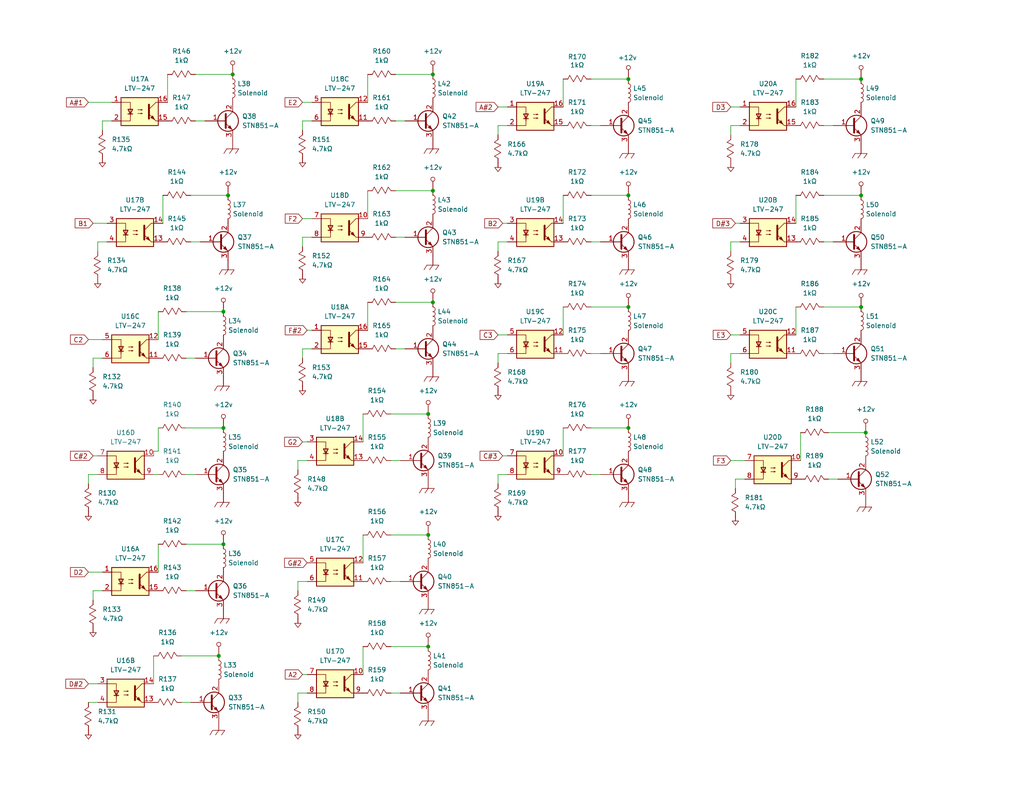
<source format=kicad_sch>
(kicad_sch (version 20231120) (generator "eeschema") (generator_version "8.0")
  (paper "A")
  (junction (at 60.96 85.09))
  (junction (at 59.69 179.07))
  (junction (at 116.84 146.05))
  (junction (at 62.23 53.34))
  (junction (at 234.95 21.59))
  (junction (at 116.84 113.03))
  (junction (at 171.45 53.34))
  (junction (at 63.5 20.32))
  (junction (at 60.96 148.59))
  (junction (at 234.95 83.82))
  (junction (at 171.45 116.84))
  (junction (at 171.45 21.59))
  (junction (at 234.95 53.34))
  (junction (at 118.11 20.32))
  (junction (at 171.45 83.82))
  (junction (at 116.84 176.53))
  (junction (at 118.11 82.55))
  (junction (at 236.22 118.11))
  (junction (at 118.11 52.07))
  (junction (at 60.96 116.84))
  (wire (pts (xy 199.39 96.52) (xy 199.39 99.06)))
  (wire (pts (xy 199.39 66.04) (xy 199.39 68.58)))
  (wire (pts (xy 81.28 189.23) (xy 81.28 191.77)))
  (wire (pts (xy 107.95 64.77) (xy 110.49 64.77)))
  (wire (pts (xy 85.09 33.02) (xy 82.55 33.02)))
  (wire (pts (xy 99.06 176.53) (xy 99.06 184.15)))
  (wire (pts (xy 161.29 116.84) (xy 171.45 116.84)))
  (wire (pts (xy 106.68 176.53) (xy 116.84 176.53)))
  (wire (pts (xy 135.89 129.54) (xy 135.89 132.08)))
  (wire (pts (xy 24.13 129.54) (xy 24.13 132.08)))
  (wire (pts (xy 26.67 129.54) (xy 24.13 129.54)))
  (wire (pts (xy 106.68 158.75) (xy 109.22 158.75)))
  (wire (pts (xy 217.17 83.82) (xy 217.17 91.44)))
  (wire (pts (xy 27.94 33.02) (xy 27.94 35.56)))
  (wire (pts (xy 224.79 34.29) (xy 227.33 34.29)))
  (wire (pts (xy 107.95 33.02) (xy 110.49 33.02)))
  (wire (pts (xy 25.4 60.96) (xy 29.21 60.96)))
  (wire (pts (xy 203.2 130.81) (xy 200.66 130.81)))
  (wire (pts (xy 24.13 92.71) (xy 27.94 92.71)))
  (wire (pts (xy 27.94 161.29) (xy 25.4 161.29)))
  (wire (pts (xy 107.95 20.32) (xy 118.11 20.32)))
  (wire (pts (xy 25.4 97.79) (xy 25.4 100.33)))
  (wire (pts (xy 24.13 27.94) (xy 30.48 27.94)))
  (wire (pts (xy 85.09 95.25) (xy 82.55 95.25)))
  (wire (pts (xy 24.13 186.69) (xy 26.67 186.69)))
  (wire (pts (xy 135.89 34.29) (xy 135.89 36.83)))
  (wire (pts (xy 135.89 91.44) (xy 138.43 91.44)))
  (wire (pts (xy 107.95 95.25) (xy 110.49 95.25)))
  (wire (pts (xy 83.82 90.17) (xy 85.09 90.17)))
  (wire (pts (xy 161.29 83.82) (xy 171.45 83.82)))
  (wire (pts (xy 161.29 129.54) (xy 163.83 129.54)))
  (wire (pts (xy 135.89 29.21) (xy 138.43 29.21)))
  (wire (pts (xy 100.33 52.07) (xy 100.33 59.69)))
  (wire (pts (xy 43.18 85.09) (xy 43.18 92.71)))
  (wire (pts (xy 45.72 20.32) (xy 45.72 27.94)))
  (wire (pts (xy 201.93 66.04) (xy 199.39 66.04)))
  (wire (pts (xy 50.8 116.84) (xy 60.96 116.84)))
  (wire (pts (xy 99.06 146.05) (xy 99.06 153.67)))
  (wire (pts (xy 224.79 96.52) (xy 227.33 96.52)))
  (wire (pts (xy 82.55 95.25) (xy 82.55 97.79)))
  (wire (pts (xy 81.28 125.73) (xy 81.28 128.27)))
  (wire (pts (xy 82.55 27.94) (xy 85.09 27.94)))
  (wire (pts (xy 217.17 53.34) (xy 217.17 60.96)))
  (wire (pts (xy 199.39 125.73) (xy 203.2 125.73)))
  (wire (pts (xy 106.68 189.23) (xy 109.22 189.23)))
  (wire (pts (xy 52.07 66.04) (xy 54.61 66.04)))
  (wire (pts (xy 138.43 66.04) (xy 135.89 66.04)))
  (wire (pts (xy 106.68 125.73) (xy 109.22 125.73)))
  (wire (pts (xy 25.4 124.46) (xy 26.67 124.46)))
  (wire (pts (xy 50.8 85.09) (xy 60.96 85.09)))
  (wire (pts (xy 50.8 161.29) (xy 53.34 161.29)))
  (wire (pts (xy 50.8 129.54) (xy 53.34 129.54)))
  (wire (pts (xy 25.4 161.29) (xy 25.4 163.83)))
  (wire (pts (xy 82.55 33.02) (xy 82.55 35.56)))
  (wire (pts (xy 200.66 130.81) (xy 200.66 133.35)))
  (wire (pts (xy 82.55 184.15) (xy 83.82 184.15)))
  (wire (pts (xy 44.45 53.34) (xy 44.45 60.96)))
  (wire (pts (xy 135.89 66.04) (xy 135.89 68.58)))
  (wire (pts (xy 52.07 53.34) (xy 62.23 53.34)))
  (wire (pts (xy 107.95 52.07) (xy 118.11 52.07)))
  (wire (pts (xy 81.28 158.75) (xy 81.28 161.29)))
  (wire (pts (xy 224.79 53.34) (xy 234.95 53.34)))
  (wire (pts (xy 161.29 21.59) (xy 171.45 21.59)))
  (wire (pts (xy 153.67 21.59) (xy 153.67 29.21)))
  (wire (pts (xy 27.94 97.79) (xy 25.4 97.79)))
  (wire (pts (xy 201.93 96.52) (xy 199.39 96.52)))
  (wire (pts (xy 153.67 83.82) (xy 153.67 91.44)))
  (wire (pts (xy 24.13 191.77) (xy 26.67 191.77)))
  (wire (pts (xy 138.43 129.54) (xy 135.89 129.54)))
  (wire (pts (xy 153.67 53.34) (xy 153.67 60.96)))
  (wire (pts (xy 199.39 34.29) (xy 199.39 36.83)))
  (wire (pts (xy 153.67 116.84) (xy 153.67 124.46)))
  (wire (pts (xy 224.79 21.59) (xy 234.95 21.59)))
  (wire (pts (xy 83.82 125.73) (xy 81.28 125.73)))
  (wire (pts (xy 161.29 96.52) (xy 163.83 96.52)))
  (wire (pts (xy 224.79 83.82) (xy 234.95 83.82)))
  (wire (pts (xy 135.89 96.52) (xy 135.89 99.06)))
  (wire (pts (xy 49.53 191.77) (xy 52.07 191.77)))
  (wire (pts (xy 41.91 129.54) (xy 43.18 129.54)))
  (wire (pts (xy 107.95 82.55) (xy 118.11 82.55)))
  (wire (pts (xy 161.29 53.34) (xy 171.45 53.34)))
  (wire (pts (xy 30.48 33.02) (xy 27.94 33.02)))
  (wire (pts (xy 199.39 29.21) (xy 201.93 29.21)))
  (wire (pts (xy 201.93 34.29) (xy 199.39 34.29)))
  (wire (pts (xy 83.82 158.75) (xy 81.28 158.75)))
  (wire (pts (xy 100.33 20.32) (xy 100.33 27.94)))
  (wire (pts (xy 83.82 189.23) (xy 81.28 189.23)))
  (wire (pts (xy 29.21 66.04) (xy 26.67 66.04)))
  (wire (pts (xy 26.67 66.04) (xy 26.67 68.58)))
  (wire (pts (xy 199.39 91.44) (xy 201.93 91.44)))
  (wire (pts (xy 41.91 123.19) (xy 43.18 123.19)))
  (wire (pts (xy 137.16 124.46) (xy 138.43 124.46)))
  (wire (pts (xy 41.91 179.07) (xy 41.91 186.69)))
  (wire (pts (xy 82.55 120.65) (xy 83.82 120.65)))
  (wire (pts (xy 41.91 123.19) (xy 41.91 124.46)))
  (wire (pts (xy 138.43 34.29) (xy 135.89 34.29)))
  (wire (pts (xy 82.55 64.77) (xy 82.55 67.31)))
  (wire (pts (xy 99.06 113.03) (xy 99.06 120.65)))
  (wire (pts (xy 161.29 66.04) (xy 163.83 66.04)))
  (wire (pts (xy 85.09 64.77) (xy 82.55 64.77)))
  (wire (pts (xy 200.66 60.96) (xy 201.93 60.96)))
  (wire (pts (xy 137.16 60.96) (xy 138.43 60.96)))
  (wire (pts (xy 43.18 148.59) (xy 43.18 156.21)))
  (wire (pts (xy 161.29 34.29) (xy 163.83 34.29)))
  (wire (pts (xy 49.53 179.07) (xy 59.69 179.07)))
  (wire (pts (xy 226.06 118.11) (xy 236.22 118.11)))
  (wire (pts (xy 226.06 130.81) (xy 228.6 130.81)))
  (wire (pts (xy 106.68 146.05) (xy 116.84 146.05)))
  (wire (pts (xy 53.34 33.02) (xy 55.88 33.02)))
  (wire (pts (xy 138.43 96.52) (xy 135.89 96.52)))
  (wire (pts (xy 224.79 66.04) (xy 227.33 66.04)))
  (wire (pts (xy 218.44 118.11) (xy 218.44 125.73)))
  (wire (pts (xy 50.8 148.59) (xy 60.96 148.59)))
  (wire (pts (xy 82.55 59.69) (xy 85.09 59.69)))
  (wire (pts (xy 100.33 82.55) (xy 100.33 90.17)))
  (wire (pts (xy 24.13 156.21) (xy 27.94 156.21)))
  (wire (pts (xy 217.17 21.59) (xy 217.17 29.21)))
  (wire (pts (xy 50.8 97.79) (xy 53.34 97.79)))
  (wire (pts (xy 106.68 113.03) (xy 116.84 113.03)))
  (wire (pts (xy 53.34 20.32) (xy 63.5 20.32)))
  (wire (pts (xy 43.18 123.19) (xy 43.18 116.84)))
  (global_label "A#1" (shape input) (at 24.13 27.94 180) (property "Intersheetrefs" "${INTERSHEET_REFS}" (effects (hide yes))))
  (global_label "D#3" (shape input) (at 200.66 60.96 180) (property "Intersheetrefs" "${INTERSHEET_REFS}" (effects (hide yes))))
  (global_label "A#2" (shape input) (at 135.89 29.21 180) (property "Intersheetrefs" "${INTERSHEET_REFS}" (effects (hide yes))))
  (global_label "C#2" (shape input) (at 25.4 124.46 180) (property "Intersheetrefs" "${INTERSHEET_REFS}" (effects (hide yes))))
  (global_label "C#3" (shape input) (at 137.16 124.46 180) (property "Intersheetrefs" "${INTERSHEET_REFS}" (effects (hide yes))))
  (global_label "G2" (shape input) (at 82.55 120.65 180) (property "Intersheetrefs" "${INTERSHEET_REFS}" (effects (hide yes))))
  (global_label "E2" (shape input) (at 82.55 27.94 180) (property "Intersheetrefs" "${INTERSHEET_REFS}" (effects (hide yes))))
  (global_label "E3" (shape input) (at 199.39 91.44 180) (property "Intersheetrefs" "${INTERSHEET_REFS}" (effects (hide yes))))
  (global_label "B1" (shape input) (at 25.4 60.96 180) (property "Intersheetrefs" "${INTERSHEET_REFS}" (effects (hide yes))))
  (global_label "D2" (shape input) (at 24.13 156.21 180) (property "Intersheetrefs" "${INTERSHEET_REFS}" (effects (hide yes))))
  (global_label "A2" (shape input) (at 82.55 184.15 180) (property "Intersheetrefs" "${INTERSHEET_REFS}" (effects (hide yes))))
  (global_label "C3" (shape input) (at 135.89 91.44 180) (property "Intersheetrefs" "${INTERSHEET_REFS}" (effects (hide yes))))
  (global_label "F2" (shape input) (at 82.55 59.69 180) (property "Intersheetrefs" "${INTERSHEET_REFS}" (effects (hide yes))))
  (global_label "D#2" (shape input) (at 24.13 186.69 180) (property "Intersheetrefs" "${INTERSHEET_REFS}" (effects (hide yes))))
  (global_label "D3" (shape input) (at 199.39 29.21 180) (property "Intersheetrefs" "${INTERSHEET_REFS}" (effects (hide yes))))
  (global_label "F#2" (shape input) (at 83.82 90.17 180) (property "Intersheetrefs" "${INTERSHEET_REFS}" (effects (hide yes))))
  (global_label "C2" (shape input) (at 24.13 92.71 180) (property "Intersheetrefs" "${INTERSHEET_REFS}" (effects (hide yes))))
  (global_label "B2" (shape input) (at 137.16 60.96 180) (property "Intersheetrefs" "${INTERSHEET_REFS}" (effects (hide yes))))
  (global_label "F3" (shape input) (at 199.39 125.73 180) (property "Intersheetrefs" "${INTERSHEET_REFS}" (effects (hide yes))))
  (global_label "G#2" (shape input) (at 83.82 153.67 180) (property "Intersheetrefs" "${INTERSHEET_REFS}" (effects (hide yes))))
  (symbol (lib_id "Custom Power:Chassis_GND") (at 236.22 135.89 0) (unit 1) (in_bom no) (on_board no)
    (property "Reference" "#PWR0227" (effects (hide yes)))
    (property "Value" "Chassis_GND" (effects (hide yes)))
  )
  (symbol (lib_id "Owen's Symbols:Resistor_Mod") (at 81.28 195.58 90) (unit 1)
    (property "Reference" "R150" (at 83.82 194.3099 90) (effects (justify right)))
    (property "Value" "4.7kΩ" (at 83.82 196.8499 90) (effects (justify right)))
    (property "Footprint" "Resistor_SMD:R_0805_2012Metric_Pad1.20x1.40mm_HandSolder" (effects (hide yes)))
  )
  (symbol (lib_id "Owen's Symbols:Resistor_Mod") (at 82.55 71.12 90) (unit 1)
    (property "Reference" "R152" (at 85.09 69.8499 90) (effects (justify right)))
    (property "Value" "4.7kΩ" (at 85.09 72.3899 90) (effects (justify right)))
    (property "Footprint" "Resistor_SMD:R_0805_2012Metric_Pad1.20x1.40mm_HandSolder" (effects (hide yes)))
  )
  (symbol (lib_id "Custom Power:GND") (at 24.13 199.39 0) (unit 1) (in_bom no) (on_board no)
    (property "Reference" "#PWR0169" (effects (hide yes)))
    (property "Value" "GND" (effects (hide yes)))
  )
  (symbol (lib_id "Custom Symbols:Resistor_Mod") (at 46.99 161.29 0) (unit 1)
    (property "Reference" "R143" (at 46.99 154.94 0))
    (property "Value" "1kΩ" (at 46.99 157.48 0))
    (property "Footprint" "Resistor_SMD:R_0805_2012Metric_Pad1.20x1.40mm_HandSolder" (effects (hide yes)))
  )
  (symbol (lib_id "Custom Power:+12v") (at 60.96 115.57 0) (unit 1) (in_bom no) (on_board no)
    (property "Reference" "#PWR0178" (effects (hide yes)))
    (property "Value" "+12v" (at 60.96 110.49 0))
  )
  (symbol (lib_id "Custom Power:Chassis_GND") (at 171.45 39.37 0) (unit 1) (in_bom no) (on_board no)
    (property "Reference" "#PWR0209" (effects (hide yes)))
    (property "Value" "Chassis_GND" (effects (hide yes)))
  )
  (symbol (lib_id "Device:L") (at 118.11 24.13 0) (unit 1)
    (property "Reference" "L42" (at 119.38 22.8599 0) (effects (justify left)))
    (property "Value" "Solenoid" (at 119.38 25.3999 0) (effects (justify left)))
    (property "Description" "Inductor" (effects (hide yes)))
  )
  (symbol (lib_id "Device:L") (at 116.84 116.84 0) (unit 1)
    (property "Reference" "L39" (at 118.11 115.5699 0) (effects (justify left)))
    (property "Value" "Solenoid" (at 118.11 118.1099 0) (effects (justify left)))
    (property "Description" "Inductor" (effects (hide yes)))
  )
  (symbol (lib_id "Owen's Symbols:Resistor_Mod") (at 24.13 135.89 90) (unit 1)
    (property "Reference" "R130" (at 26.67 134.6199 90) (effects (justify right)))
    (property "Value" "4.7kΩ" (at 26.67 137.1599 90) (effects (justify right)))
    (property "Footprint" "Resistor_SMD:R_0805_2012Metric_Pad1.20x1.40mm_HandSolder" (effects (hide yes)))
  )
  (symbol (lib_id "Custom Symbols:Resistor_Mod") (at 45.72 179.07 0) (unit 1)
    (property "Reference" "R136" (at 45.72 172.72 0))
    (property "Value" "1kΩ" (at 45.72 175.26 0))
    (property "Footprint" "Resistor_SMD:R_0805_2012Metric_Pad1.20x1.40mm_HandSolder" (effects (hide yes)))
  )
  (symbol (lib_id "Custom Symbols:Resistor_Mod") (at 157.48 53.34 0) (unit 1)
    (property "Reference" "R172" (at 157.48 46.99 0))
    (property "Value" "1kΩ" (at 157.48 49.53 0))
    (property "Footprint" "Resistor_SMD:R_0805_2012Metric_Pad1.20x1.40mm_HandSolder" (effects (hide yes)))
  )
  (symbol (lib_id "Custom Symbols:Resistor_Mod") (at 102.87 158.75 0) (unit 1)
    (property "Reference" "R157" (at 102.87 152.4 0))
    (property "Value" "1kΩ" (at 102.87 154.94 0))
    (property "Footprint" "Resistor_SMD:R_0805_2012Metric_Pad1.20x1.40mm_HandSolder" (effects (hide yes)))
  )
  (symbol (lib_id "Custom Power:Chassis_GND") (at 62.23 71.12 0) (unit 1) (in_bom no) (on_board no)
    (property "Reference" "#PWR0183" (effects (hide yes)))
    (property "Value" "Chassis_GND" (effects (hide yes)))
  )
  (symbol (lib_id "Custom Power:Chassis_GND") (at 60.96 102.87 0) (unit 1) (in_bom no) (on_board no)
    (property "Reference" "#PWR0177" (effects (hide yes)))
    (property "Value" "Chassis_GND" (effects (hide yes)))
  )
  (symbol (lib_id "Custom Power:GND") (at 199.39 44.45 0) (unit 1) (in_bom no) (on_board no)
    (property "Reference" "#PWR0216" (effects (hide yes)))
    (property "Value" "GND" (effects (hide yes)))
  )
  (symbol (lib_id "Custom Symbols:Resistor_Mod") (at 157.48 129.54 0) (unit 1)
    (property "Reference" "R177" (at 157.48 123.19 0))
    (property "Value" "1kΩ" (at 157.48 125.73 0))
    (property "Footprint" "Resistor_SMD:R_0805_2012Metric_Pad1.20x1.40mm_HandSolder" (effects (hide yes)))
  )
  (symbol (lib_id "Device:Q_NPN_BCE") (at 168.91 66.04 0) (unit 1)
    (property "Reference" "Q46" (at 173.99 64.7699 0) (effects (justify left)))
    (property "Value" "STN851-A" (at 173.99 67.3099 0) (effects (justify left)))
    (property "Footprint" "Package_TO_SOT_THT:TO-220-3_Vertical" (effects (hide yes)))
    (property "Description" "NPN transistor, base/collector/emitter" (effects (hide yes)))
  )
  (symbol (lib_id "Custom Symbols:Resistor_Mod") (at 102.87 125.73 0) (unit 1)
    (property "Reference" "R155" (at 102.87 119.38 0))
    (property "Value" "1kΩ" (at 102.87 121.92 0))
    (property "Footprint" "Resistor_SMD:R_0805_2012Metric_Pad1.20x1.40mm_HandSolder" (effects (hide yes)))
  )
  (symbol (lib_id "Custom Power:+12v") (at 63.5 19.05 0) (unit 1) (in_bom no) (on_board no)
    (property "Reference" "#PWR0184" (effects (hide yes)))
    (property "Value" "+12v" (at 63.5 13.97 0))
  )
  (symbol (lib_id "Device:Q_NPN_BCE") (at 168.91 96.52 0) (unit 1)
    (property "Reference" "Q47" (at 173.99 95.2499 0) (effects (justify left)))
    (property "Value" "STN851-A" (at 173.99 97.7899 0) (effects (justify left)))
    (property "Footprint" "Package_TO_SOT_THT:TO-220-3_Vertical" (effects (hide yes)))
    (property "Description" "NPN transistor, base/collector/emitter" (effects (hide yes)))
  )
  (symbol (lib_id "Device:L") (at 118.11 55.88 0) (unit 1)
    (property "Reference" "L43" (at 119.38 54.6099 0) (effects (justify left)))
    (property "Value" "Solenoid" (at 119.38 57.1499 0) (effects (justify left)))
    (property "Description" "Inductor" (effects (hide yes)))
  )
  (symbol (lib_id "Custom Power:+12v") (at 171.45 20.32 0) (unit 1) (in_bom no) (on_board no)
    (property "Reference" "#PWR0208" (effects (hide yes)))
    (property "Value" "+12v" (at 171.196 15.748 0))
  )
  (symbol (lib_id "Custom Symbols:Resistor_Mod") (at 104.14 20.32 0) (unit 1)
    (property "Reference" "R160" (at 104.14 13.97 0))
    (property "Value" "1kΩ" (at 104.14 16.51 0))
    (property "Footprint" "Resistor_SMD:R_0805_2012Metric_Pad1.20x1.40mm_HandSolder" (effects (hide yes)))
  )
  (symbol (lib_id "Custom Power:GND") (at 199.39 106.68 0) (unit 1) (in_bom no) (on_board no)
    (property "Reference" "#PWR0218" (effects (hide yes)))
    (property "Value" "GND" (effects (hide yes)))
  )
  (symbol (lib_id "Custom Symbols:Resistor_Mod") (at 220.98 66.04 0) (unit 1)
    (property "Reference" "R185" (at 220.98 59.69 0))
    (property "Value" "1kΩ" (at 220.98 62.23 0))
    (property "Footprint" "Resistor_SMD:R_0805_2012Metric_Pad1.20x1.40mm_HandSolder" (effects (hide yes)))
  )
  (symbol (lib_id "Device:Q_NPN_BCE") (at 60.96 33.02 0) (unit 1)
    (property "Reference" "Q38" (at 66.04 31.7499 0) (effects (justify left)))
    (property "Value" "STN851-A" (at 66.04 34.2899 0) (effects (justify left)))
    (property "Footprint" "Package_TO_SOT_THT:TO-220-3_Vertical" (effects (hide yes)))
    (property "Description" "NPN transistor, base/collector/emitter" (effects (hide yes)))
  )
  (symbol (lib_id "Device:L") (at 171.45 120.65 0) (unit 1)
    (property "Reference" "L48" (at 172.72 119.3799 0) (effects (justify left)))
    (property "Value" "Solenoid" (at 172.72 121.9199 0) (effects (justify left)))
    (property "Description" "Inductor" (effects (hide yes)))
  )
  (symbol (lib_id "Isolator:LTV-247") (at 209.55 31.75 0) (unit 1)
    (property "Reference" "U20" (at 209.55 22.86 0))
    (property "Value" "LTV-247" (at 209.55 25.4 0))
    (property "Footprint" "Package_SO:SOP-16_4.4x10.4mm_P1.27mm" (effects (hide yes)))
    (property "Datasheet" "http://optoelectronics.liteon.com/upload/download/DS70-2009-0014/LTV-2X7%20sereis%20Mar17.PDF" (effects (hide yes)))
    (property "Description" "DC Quad Optocoupler, Vce 80V, CTR 100-600%, SOP-16" (effects (hide yes)))
  )
  (symbol (lib_id "Custom Symbols:Resistor_Mod") (at 104.14 64.77 0) (unit 1)
    (property "Reference" "R163" (at 104.14 58.42 0))
    (property "Value" "1kΩ" (at 104.14 60.96 0))
    (property "Footprint" "Resistor_SMD:R_0805_2012Metric_Pad1.20x1.40mm_HandSolder" (effects (hide yes)))
  )
  (symbol (lib_id "Custom Power:+12v") (at 60.96 83.82 0) (unit 1) (in_bom no) (on_board no)
    (property "Reference" "#PWR0176" (effects (hide yes)))
    (property "Value" "+12v" (at 60.96 78.74 0))
  )
  (symbol (lib_id "Custom Power:Chassis_GND") (at 118.11 38.1 0) (unit 1) (in_bom no) (on_board no)
    (property "Reference" "#PWR0199" (effects (hide yes)))
    (property "Value" "Chassis_GND" (effects (hide yes)))
  )
  (symbol (lib_id "Device:Q_NPN_BCE") (at 233.68 130.81 0) (unit 1)
    (property "Reference" "Q52" (at 238.76 129.5399 0) (effects (justify left)))
    (property "Value" "STN851-A" (at 238.76 132.0799 0) (effects (justify left)))
    (property "Footprint" "Package_TO_SOT_THT:TO-220-3_Vertical" (effects (hide yes)))
    (property "Description" "NPN transistor, base/collector/emitter" (effects (hide yes)))
  )
  (symbol (lib_id "Isolator:LTV-247") (at 92.71 92.71 0) (unit 1)
    (property "Reference" "U18" (at 92.71 83.82 0))
    (property "Value" "LTV-247" (at 92.71 86.36 0))
    (property "Footprint" "Package_SO:SOP-16_4.4x10.4mm_P1.27mm" (effects (hide yes)))
    (property "Datasheet" "http://optoelectronics.liteon.com/upload/download/DS70-2009-0014/LTV-2X7%20sereis%20Mar17.PDF" (effects (hide yes)))
    (property "Description" "DC Quad Optocoupler, Vce 80V, CTR 100-600%, SOP-16" (effects (hide yes)))
  )
  (symbol (lib_id "Custom Power:GND") (at 81.28 168.91 0) (unit 1) (in_bom no) (on_board no)
    (property "Reference" "#PWR0187" (effects (hide yes)))
    (property "Value" "GND" (effects (hide yes)))
  )
  (symbol (lib_id "Custom Symbols:Resistor_Mod") (at 102.87 146.05 0) (unit 1)
    (property "Reference" "R156" (at 102.87 139.7 0))
    (property "Value" "1kΩ" (at 102.87 142.24 0))
    (property "Footprint" "Resistor_SMD:R_0805_2012Metric_Pad1.20x1.40mm_HandSolder" (effects (hide yes)))
  )
  (symbol (lib_id "Isolator:LTV-247") (at 92.71 30.48 0) (unit 3)
    (property "Reference" "U18" (at 92.71 21.59 0))
    (property "Value" "LTV-247" (at 92.71 24.13 0))
    (property "Footprint" "Package_SO:SOP-16_4.4x10.4mm_P1.27mm" (effects (hide yes)))
    (property "Datasheet" "http://optoelectronics.liteon.com/upload/download/DS70-2009-0014/LTV-2X7%20sereis%20Mar17.PDF" (effects (hide yes)))
    (property "Description" "DC Quad Optocoupler, Vce 80V, CTR 100-600%, SOP-16" (effects (hide yes)))
  )
  (symbol (lib_id "Device:L") (at 116.84 149.86 0) (unit 1)
    (property "Reference" "L40" (at 118.11 148.5899 0) (effects (justify left)))
    (property "Value" "Solenoid" (at 118.11 151.1299 0) (effects (justify left)))
    (property "Description" "Inductor" (effects (hide yes)))
  )
  (symbol (lib_id "Custom Symbols:Resistor_Mod") (at 48.26 66.04 0) (unit 1)
    (property "Reference" "R145" (at 48.26 59.69 0))
    (property "Value" "1kΩ" (at 48.26 62.23 0))
    (property "Footprint" "Resistor_SMD:R_0805_2012Metric_Pad1.20x1.40mm_HandSolder" (effects (hide yes)))
  )
  (symbol (lib_id "Custom Symbols:Resistor_Mod") (at 49.53 33.02 0) (unit 1)
    (property "Reference" "R147" (at 49.53 26.67 0))
    (property "Value" "1kΩ" (at 49.53 29.21 0))
    (property "Footprint" "Resistor_SMD:R_0805_2012Metric_Pad1.20x1.40mm_HandSolder" (effects (hide yes)))
  )
  (symbol (lib_id "Custom Power:GND") (at 135.89 44.45 0) (unit 1) (in_bom no) (on_board no)
    (property "Reference" "#PWR0204" (effects (hide yes)))
    (property "Value" "GND" (effects (hide yes)))
  )
  (symbol (lib_id "Custom Power:Chassis_GND") (at 171.45 101.6 0) (unit 1) (in_bom no) (on_board no)
    (property "Reference" "#PWR0213" (effects (hide yes)))
    (property "Value" "Chassis_GND" (effects (hide yes)))
  )
  (symbol (lib_id "Device:Q_NPN_BCE") (at 115.57 33.02 0) (unit 1)
    (property "Reference" "Q42" (at 120.65 31.7499 0) (effects (justify left)))
    (property "Value" "STN851-A" (at 120.65 34.2899 0) (effects (justify left)))
    (property "Footprint" "Package_TO_SOT_THT:TO-220-3_Vertical" (effects (hide yes)))
    (property "Description" "NPN transistor, base/collector/emitter" (effects (hide yes)))
  )
  (symbol (lib_id "Custom Power:+12v") (at 236.22 116.84 0) (unit 1) (in_bom no) (on_board no)
    (property "Reference" "#PWR0226" (effects (hide yes)))
    (property "Value" "+12v" (at 236.22 111.76 0))
  )
  (symbol (lib_id "Device:Q_NPN_BCE") (at 168.91 129.54 0) (unit 1)
    (property "Reference" "Q48" (at 173.99 128.2699 0) (effects (justify left)))
    (property "Value" "STN851-A" (at 173.99 130.8099 0) (effects (justify left)))
    (property "Footprint" "Package_TO_SOT_THT:TO-220-3_Vertical" (effects (hide yes)))
    (property "Description" "NPN transistor, base/collector/emitter" (effects (hide yes)))
  )
  (symbol (lib_id "Device:L") (at 60.96 152.4 0) (unit 1)
    (property "Reference" "L36" (at 62.23 151.1299 0) (effects (justify left)))
    (property "Value" "Solenoid" (at 62.23 153.6699 0) (effects (justify left)))
    (property "Description" "Inductor" (effects (hide yes)))
  )
  (symbol (lib_id "Device:Q_NPN_BCE") (at 168.91 34.29 0) (unit 1)
    (property "Reference" "Q45" (at 173.99 33.0199 0) (effects (justify left)))
    (property "Value" "STN851-A" (at 173.99 35.5599 0) (effects (justify left)))
    (property "Footprint" "Package_TO_SOT_THT:TO-220-3_Vertical" (effects (hide yes)))
    (property "Description" "NPN transistor, base/collector/emitter" (effects (hide yes)))
  )
  (symbol (lib_id "Device:L") (at 63.5 24.13 0) (unit 1)
    (property "Reference" "L38" (at 64.77 22.8599 0) (effects (justify left)))
    (property "Value" "Solenoid" (at 64.77 25.3999 0) (effects (justify left)))
    (property "Description" "Inductor" (effects (hide yes)))
  )
  (symbol (lib_id "Custom Power:+12v") (at 118.11 19.05 0) (unit 1) (in_bom no) (on_board no)
    (property "Reference" "#PWR0198" (effects (hide yes)))
    (property "Value" "+12v" (at 118.11 13.97 0))
  )
  (symbol (lib_id "Custom Power:GND") (at 82.55 74.93 0) (unit 1) (in_bom no) (on_board no)
    (property "Reference" "#PWR0190" (effects (hide yes)))
    (property "Value" "GND" (effects (hide yes)))
  )
  (symbol (lib_id "Custom Power:+12v") (at 118.11 50.8 0) (unit 1) (in_bom no) (on_board no)
    (property "Reference" "#PWR0200" (effects (hide yes)))
    (property "Value" "+12v" (at 118.11 45.72 0))
  )
  (symbol (lib_id "Owen's Symbols:Resistor_Mod") (at 81.28 165.1 90) (unit 1)
    (property "Reference" "R149" (at 83.82 163.8299 90) (effects (justify right)))
    (property "Value" "4.7kΩ" (at 83.82 166.3699 90) (effects (justify right)))
    (property "Footprint" "Resistor_SMD:R_0805_2012Metric_Pad1.20x1.40mm_HandSolder" (effects (hide yes)))
  )
  (symbol (lib_id "Device:Q_NPN_BCE") (at 58.42 97.79 0) (unit 1)
    (property "Reference" "Q34" (at 63.5 96.5199 0) (effects (justify left)))
    (property "Value" "STN851-A" (at 63.5 99.0599 0) (effects (justify left)))
    (property "Footprint" "Package_TO_SOT_THT:TO-220-3_Vertical" (effects (hide yes)))
    (property "Description" "NPN transistor, base/collector/emitter" (effects (hide yes)))
  )
  (symbol (lib_id "Device:Q_NPN_BCE") (at 58.42 129.54 0) (unit 1)
    (property "Reference" "Q35" (at 63.5 128.2699 0) (effects (justify left)))
    (property "Value" "STN851-A" (at 63.5 130.8099 0) (effects (justify left)))
    (property "Footprint" "Package_TO_SOT_THT:TO-220-3_Vertical" (effects (hide yes)))
    (property "Description" "NPN transistor, base/collector/emitter" (effects (hide yes)))
  )
  (symbol (lib_id "Isolator:LTV-247") (at 91.44 186.69 0) (unit 4)
    (property "Reference" "U17" (at 91.44 177.8 0))
    (property "Value" "LTV-247" (at 91.44 180.34 0))
    (property "Footprint" "Package_SO:SOP-16_4.4x10.4mm_P1.27mm" (effects (hide yes)))
    (property "Datasheet" "http://optoelectronics.liteon.com/upload/download/DS70-2009-0014/LTV-2X7%20sereis%20Mar17.PDF" (effects (hide yes)))
    (property "Description" "DC Quad Optocoupler, Vce 80V, CTR 100-600%, SOP-16" (effects (hide yes)))
  )
  (symbol (lib_id "Custom Symbols:Resistor_Mod") (at 222.25 130.81 0) (unit 1)
    (property "Reference" "R189" (at 222.25 124.46 0))
    (property "Value" "1kΩ" (at 222.25 127 0))
    (property "Footprint" "Resistor_SMD:R_0805_2012Metric_Pad1.20x1.40mm_HandSolder" (effects (hide yes)))
  )
  (symbol (lib_id "Owen's Symbols:Resistor_Mod") (at 82.55 39.37 90) (unit 1)
    (property "Reference" "R151" (at 85.09 38.0999 90) (effects (justify right)))
    (property "Value" "4.7kΩ" (at 85.09 40.6399 90) (effects (justify right)))
    (property "Footprint" "Resistor_SMD:R_0805_2012Metric_Pad1.20x1.40mm_HandSolder" (effects (hide yes)))
  )
  (symbol (lib_id "Custom Symbols:Resistor_Mod") (at 46.99 116.84 0) (unit 1)
    (property "Reference" "R140" (at 46.99 110.49 0))
    (property "Value" "1kΩ" (at 46.99 113.03 0))
    (property "Footprint" "Resistor_SMD:R_0805_2012Metric_Pad1.20x1.40mm_HandSolder" (effects (hide yes)))
  )
  (symbol (lib_id "Device:Q_NPN_BCE") (at 114.3 189.23 0) (unit 1)
    (property "Reference" "Q41" (at 119.38 187.9599 0) (effects (justify left)))
    (property "Value" "STN851-A" (at 119.38 190.4999 0) (effects (justify left)))
    (property "Footprint" "Package_TO_SOT_THT:TO-220-3_Vertical" (effects (hide yes)))
    (property "Description" "NPN transistor, base/collector/emitter" (effects (hide yes)))
  )
  (symbol (lib_id "Owen's Symbols:Resistor_Mod") (at 199.39 102.87 90) (unit 1)
    (property "Reference" "R180" (at 201.93 101.5999 90) (effects (justify right)))
    (property "Value" "4.7kΩ" (at 201.93 104.1399 90) (effects (justify right)))
    (property "Footprint" "Resistor_SMD:R_0805_2012Metric_Pad1.20x1.40mm_HandSolder" (effects (hide yes)))
  )
  (symbol (lib_id "Custom Power:GND") (at 135.89 139.7 0) (unit 1) (in_bom no) (on_board no)
    (property "Reference" "#PWR0207" (effects (hide yes)))
    (property "Value" "GND" (effects (hide yes)))
  )
  (symbol (lib_id "Owen's Symbols:Resistor_Mod") (at 81.28 132.08 90) (unit 1)
    (property "Reference" "R148" (at 83.82 130.8099 90) (effects (justify right)))
    (property "Value" "4.7kΩ" (at 83.82 133.3499 90) (effects (justify right)))
    (property "Footprint" "Resistor_SMD:R_0805_2012Metric_Pad1.20x1.40mm_HandSolder" (effects (hide yes)))
  )
  (symbol (lib_id "Custom Symbols:Resistor_Mod") (at 104.14 52.07 0) (unit 1)
    (property "Reference" "R162" (at 104.14 45.72 0))
    (property "Value" "1kΩ" (at 104.14 48.26 0))
    (property "Footprint" "Resistor_SMD:R_0805_2012Metric_Pad1.20x1.40mm_HandSolder" (effects (hide yes)))
  )
  (symbol (lib_id "Isolator:LTV-247") (at 209.55 93.98 0) (unit 3)
    (property "Reference" "U20" (at 209.55 85.09 0))
    (property "Value" "LTV-247" (at 209.55 87.63 0))
    (property "Footprint" "Package_SO:SOP-16_4.4x10.4mm_P1.27mm" (effects (hide yes)))
    (property "Datasheet" "http://optoelectronics.liteon.com/upload/download/DS70-2009-0014/LTV-2X7%20sereis%20Mar17.PDF" (effects (hide yes)))
    (property "Description" "DC Quad Optocoupler, Vce 80V, CTR 100-600%, SOP-16" (effects (hide yes)))
  )
  (symbol (lib_id "Custom Power:+12v") (at 116.84 175.26 0) (unit 1) (in_bom no) (on_board no)
    (property "Reference" "#PWR0196" (effects (hide yes)))
    (property "Value" "+12v" (at 116.84 170.18 0))
  )
  (symbol (lib_id "Device:Q_NPN_BCE") (at 114.3 158.75 0) (unit 1)
    (property "Reference" "Q40" (at 119.38 157.4799 0) (effects (justify left)))
    (property "Value" "STN851-A" (at 119.38 160.0199 0) (effects (justify left)))
    (property "Footprint" "Package_TO_SOT_THT:TO-220-3_Vertical" (effects (hide yes)))
    (property "Description" "NPN transistor, base/collector/emitter" (effects (hide yes)))
  )
  (symbol (lib_id "Device:L") (at 60.96 88.9 0) (unit 1)
    (property "Reference" "L34" (at 62.23 87.6299 0) (effects (justify left)))
    (property "Value" "Solenoid" (at 62.23 90.1699 0) (effects (justify left)))
    (property "Description" "Inductor" (effects (hide yes)))
  )
  (symbol (lib_id "Custom Symbols:Resistor_Mod") (at 46.99 97.79 0) (unit 1)
    (property "Reference" "R139" (at 46.99 91.44 0))
    (property "Value" "1kΩ" (at 46.99 93.98 0))
    (property "Footprint" "Resistor_SMD:R_0805_2012Metric_Pad1.20x1.40mm_HandSolder" (effects (hide yes)))
  )
  (symbol (lib_id "Isolator:LTV-247") (at 92.71 62.23 0) (unit 4)
    (property "Reference" "U18" (at 92.71 53.34 0))
    (property "Value" "LTV-247" (at 92.71 55.88 0))
    (property "Footprint" "Package_SO:SOP-16_4.4x10.4mm_P1.27mm" (effects (hide yes)))
    (property "Datasheet" "http://optoelectronics.liteon.com/upload/download/DS70-2009-0014/LTV-2X7%20sereis%20Mar17.PDF" (effects (hide yes)))
    (property "Description" "DC Quad Optocoupler, Vce 80V, CTR 100-600%, SOP-16" (effects (hide yes)))
  )
  (symbol (lib_id "Custom Power:Chassis_GND") (at 118.11 100.33 0) (unit 1) (in_bom no) (on_board no)
    (property "Reference" "#PWR0203" (effects (hide yes)))
    (property "Value" "Chassis_GND" (effects (hide yes)))
  )
  (symbol (lib_id "Custom Symbols:Resistor_Mod") (at 157.48 83.82 0) (unit 1)
    (property "Reference" "R174" (at 157.48 77.47 0))
    (property "Value" "1kΩ" (at 157.48 80.01 0))
    (property "Footprint" "Resistor_SMD:R_0805_2012Metric_Pad1.20x1.40mm_HandSolder" (effects (hide yes)))
  )
  (symbol (lib_id "Custom Power:Chassis_GND") (at 118.11 69.85 0) (unit 1) (in_bom no) (on_board no)
    (property "Reference" "#PWR0201" (effects (hide yes)))
    (property "Value" "Chassis_GND" (effects (hide yes)))
  )
  (symbol (lib_id "Custom Symbols:Resistor_Mod") (at 49.53 20.32 0) (unit 1)
    (property "Reference" "R146" (at 49.53 13.97 0))
    (property "Value" "1kΩ" (at 49.53 16.51 0))
    (property "Footprint" "Resistor_SMD:R_0805_2012Metric_Pad1.20x1.40mm_HandSolder" (effects (hide yes)))
  )
  (symbol (lib_id "Custom Symbols:Resistor_Mod") (at 104.14 33.02 0) (unit 1)
    (property "Reference" "R161" (at 104.14 26.67 0))
    (property "Value" "1kΩ" (at 104.14 29.21 0))
    (property "Footprint" "Resistor_SMD:R_0805_2012Metric_Pad1.20x1.40mm_HandSolder" (effects (hide yes)))
  )
  (symbol (lib_id "Custom Symbols:Resistor_Mod") (at 46.99 148.59 0) (unit 1)
    (property "Reference" "R142" (at 46.99 142.24 0))
    (property "Value" "1kΩ" (at 46.99 144.78 0))
    (property "Footprint" "Resistor_SMD:R_0805_2012Metric_Pad1.20x1.40mm_HandSolder" (effects (hide yes)))
  )
  (symbol (lib_id "Device:L") (at 116.84 180.34 0) (unit 1)
    (property "Reference" "L41" (at 118.11 179.0699 0) (effects (justify left)))
    (property "Value" "Solenoid" (at 118.11 181.6099 0) (effects (justify left)))
    (property "Description" "Inductor" (effects (hide yes)))
  )
  (symbol (lib_id "Isolator:LTV-247") (at 210.82 128.27 0) (unit 4)
    (property "Reference" "U20" (at 210.82 119.38 0))
    (property "Value" "LTV-247" (at 210.82 121.92 0))
    (property "Footprint" "Package_SO:SOP-16_4.4x10.4mm_P1.27mm" (effects (hide yes)))
    (property "Datasheet" "http://optoelectronics.liteon.com/upload/download/DS70-2009-0014/LTV-2X7%20sereis%20Mar17.PDF" (effects (hide yes)))
    (property "Description" "DC Quad Optocoupler, Vce 80V, CTR 100-600%, SOP-16" (effects (hide yes)))
  )
  (symbol (lib_id "Device:Q_NPN_BCE") (at 115.57 95.25 0) (unit 1)
    (property "Reference" "Q44" (at 120.65 93.9799 0) (effects (justify left)))
    (property "Value" "STN851-A" (at 120.65 96.5199 0) (effects (justify left)))
    (property "Footprint" "Package_TO_SOT_THT:TO-220-3_Vertical" (effects (hide yes)))
    (property "Description" "NPN transistor, base/collector/emitter" (effects (hide yes)))
  )
  (symbol (lib_id "Custom Power:Chassis_GND") (at 116.84 163.83 0) (unit 1) (in_bom no) (on_board no)
    (property "Reference" "#PWR0195" (effects (hide yes)))
    (property "Value" "Chassis_GND" (effects (hide yes)))
  )
  (symbol (lib_id "Custom Power:GND") (at 82.55 105.41 0) (unit 1) (in_bom no) (on_board no)
    (property "Reference" "#PWR0191" (effects (hide yes)))
    (property "Value" "GND" (effects (hide yes)))
  )
  (symbol (lib_id "Custom Power:GND") (at 81.28 199.39 0) (unit 1) (in_bom no) (on_board no)
    (property "Reference" "#PWR0188" (effects (hide yes)))
    (property "Value" "GND" (effects (hide yes)))
  )
  (symbol (lib_id "Custom Power:Chassis_GND") (at 234.95 39.37 0) (unit 1) (in_bom no) (on_board no)
    (property "Reference" "#PWR0221" (effects (hide yes)))
    (property "Value" "Chassis_GND" (effects (hide yes)))
  )
  (symbol (lib_id "Device:L") (at 236.22 121.92 0) (unit 1)
    (property "Reference" "L52" (at 237.49 120.6499 0) (effects (justify left)))
    (property "Value" "Solenoid" (at 237.49 123.1899 0) (effects (justify left)))
    (property "Description" "Inductor" (effects (hide yes)))
  )
  (symbol (lib_id "Isolator:LTV-247") (at 34.29 189.23 0) (unit 2)
    (property "Reference" "U16" (at 34.29 180.34 0))
    (property "Value" "LTV-247" (at 34.29 182.88 0))
    (property "Footprint" "Package_SO:SOP-16_4.4x10.4mm_P1.27mm" (effects (hide yes)))
    (property "Datasheet" "http://optoelectronics.liteon.com/upload/download/DS70-2009-0014/LTV-2X7%20sereis%20Mar17.PDF" (effects (hide yes)))
    (property "Description" "DC Quad Optocoupler, Vce 80V, CTR 100-600%, SOP-16" (effects (hide yes)))
  )
  (symbol (lib_id "Isolator:LTV-247") (at 146.05 93.98 0) (unit 3)
    (property "Reference" "U19" (at 146.05 85.09 0))
    (property "Value" "LTV-247" (at 146.05 87.63 0))
    (property "Footprint" "Package_SO:SOP-16_4.4x10.4mm_P1.27mm" (effects (hide yes)))
    (property "Datasheet" "http://optoelectronics.liteon.com/upload/download/DS70-2009-0014/LTV-2X7%20sereis%20Mar17.PDF" (effects (hide yes)))
    (property "Description" "DC Quad Optocoupler, Vce 80V, CTR 100-600%, SOP-16" (effects (hide yes)))
  )
  (symbol (lib_id "Device:L") (at 171.45 57.15 0) (unit 1)
    (property "Reference" "L46" (at 172.72 55.8799 0) (effects (justify left)))
    (property "Value" "Solenoid" (at 172.72 58.4199 0) (effects (justify left)))
    (property "Description" "Inductor" (effects (hide yes)))
  )
  (symbol (lib_id "Isolator:LTV-247") (at 146.05 127 0) (unit 4)
    (property "Reference" "U19" (at 146.05 118.11 0))
    (property "Value" "LTV-247" (at 146.05 120.65 0))
    (property "Footprint" "Package_SO:SOP-16_4.4x10.4mm_P1.27mm" (effects (hide yes)))
    (property "Datasheet" "http://optoelectronics.liteon.com/upload/download/DS70-2009-0014/LTV-2X7%20sereis%20Mar17.PDF" (effects (hide yes)))
    (property "Description" "DC Quad Optocoupler, Vce 80V, CTR 100-600%, SOP-16" (effects (hide yes)))
  )
  (symbol (lib_id "Owen's Symbols:Resistor_Mod") (at 135.89 102.87 90) (unit 1)
    (property "Reference" "R168" (at 138.43 101.5999 90) (effects (justify right)))
    (property "Value" "4.7kΩ" (at 138.43 104.1399 90) (effects (justify right)))
    (property "Footprint" "Resistor_SMD:R_0805_2012Metric_Pad1.20x1.40mm_HandSolder" (effects (hide yes)))
  )
  (symbol (lib_id "Custom Power:Chassis_GND") (at 60.96 166.37 0) (unit 1) (in_bom no) (on_board no)
    (property "Reference" "#PWR0181" (effects (hide yes)))
    (property "Value" "Chassis_GND" (effects (hide yes)))
  )
  (symbol (lib_id "Custom Power:+12v") (at 234.95 52.07 0) (unit 1) (in_bom no) (on_board no)
    (property "Reference" "#PWR0222" (effects (hide yes)))
    (property "Value" "+12v" (at 234.95 46.99 0))
  )
  (symbol (lib_id "Isolator:LTV-247") (at 38.1 30.48 0) (unit 1)
    (property "Reference" "U17" (at 38.1 21.59 0))
    (property "Value" "LTV-247" (at 38.1 24.13 0))
    (property "Footprint" "Package_SO:SOP-16_4.4x10.4mm_P1.27mm" (effects (hide yes)))
    (property "Datasheet" "http://optoelectronics.liteon.com/upload/download/DS70-2009-0014/LTV-2X7%20sereis%20Mar17.PDF" (effects (hide yes)))
    (property "Description" "DC Quad Optocoupler, Vce 80V, CTR 100-600%, SOP-16" (effects (hide yes)))
  )
  (symbol (lib_id "Custom Power:GND") (at 24.13 139.7 0) (unit 1) (in_bom no) (on_board no)
    (property "Reference" "#PWR0168" (effects (hide yes)))
    (property "Value" "GND" (effects (hide yes)))
  )
  (symbol (lib_id "Custom Power:GND") (at 27.94 43.18 0) (unit 1) (in_bom no) (on_board no)
    (property "Reference" "#PWR0173" (effects (hide yes)))
    (property "Value" "GND" (effects (hide yes)))
  )
  (symbol (lib_id "Custom Power:Chassis_GND") (at 234.95 71.12 0) (unit 1) (in_bom no) (on_board no)
    (property "Reference" "#PWR0223" (effects (hide yes)))
    (property "Value" "Chassis_GND" (effects (hide yes)))
  )
  (symbol (lib_id "Custom Power:+12v") (at 116.84 144.78 0) (unit 1) (in_bom no) (on_board no)
    (property "Reference" "#PWR0194" (effects (hide yes)))
    (property "Value" "+12v" (at 116.84 139.7 0))
  )
  (symbol (lib_id "Custom Power:+12v") (at 234.95 82.55 0) (unit 1) (in_bom no) (on_board no)
    (property "Reference" "#PWR0224" (effects (hide yes)))
    (property "Value" "+12v" (at 234.95 77.47 0))
  )
  (symbol (lib_id "Custom Symbols:Resistor_Mod") (at 220.98 83.82 0) (unit 1)
    (property "Reference" "R186" (at 220.98 77.47 0))
    (property "Value" "1kΩ" (at 220.98 80.01 0))
    (property "Footprint" "Resistor_SMD:R_0805_2012Metric_Pad1.20x1.40mm_HandSolder" (effects (hide yes)))
  )
  (symbol (lib_id "Custom Symbols:Resistor_Mod") (at 104.14 82.55 0) (unit 1)
    (property "Reference" "R164" (at 104.14 76.2 0))
    (property "Value" "1kΩ" (at 104.14 78.74 0))
    (property "Footprint" "Resistor_SMD:R_0805_2012Metric_Pad1.20x1.40mm_HandSolder" (effects (hide yes)))
  )
  (symbol (lib_id "Isolator:LTV-247") (at 91.44 123.19 0) (unit 2)
    (property "Reference" "U18" (at 91.44 114.3 0))
    (property "Value" "LTV-247" (at 91.44 116.84 0))
    (property "Footprint" "Package_SO:SOP-16_4.4x10.4mm_P1.27mm" (effects (hide yes)))
    (property "Datasheet" "http://optoelectronics.liteon.com/upload/download/DS70-2009-0014/LTV-2X7%20sereis%20Mar17.PDF" (effects (hide yes)))
    (property "Description" "DC Quad Optocoupler, Vce 80V, CTR 100-600%, SOP-16" (effects (hide yes)))
  )
  (symbol (lib_id "Custom Symbols:Resistor_Mod") (at 222.25 118.11 0) (unit 1)
    (property "Reference" "R188" (at 222.25 111.76 0))
    (property "Value" "1kΩ" (at 222.25 114.3 0))
    (property "Footprint" "Resistor_SMD:R_0805_2012Metric_Pad1.20x1.40mm_HandSolder" (effects (hide yes)))
  )
  (symbol (lib_id "Custom Symbols:Resistor_Mod") (at 220.98 96.52 0) (unit 1)
    (property "Reference" "R187" (at 220.98 90.17 0))
    (property "Value" "1kΩ" (at 220.98 92.71 0))
    (property "Footprint" "Resistor_SMD:R_0805_2012Metric_Pad1.20x1.40mm_HandSolder" (effects (hide yes)))
  )
  (symbol (lib_id "Isolator:LTV-247") (at 35.56 158.75 0) (unit 1)
    (property "Reference" "U16" (at 35.56 149.86 0))
    (property "Value" "LTV-247" (at 35.56 152.4 0))
    (property "Footprint" "Package_SO:SOP-16_4.4x10.4mm_P1.27mm" (effects (hide yes)))
    (property "Datasheet" "http://optoelectronics.liteon.com/upload/download/DS70-2009-0014/LTV-2X7%20sereis%20Mar17.PDF" (effects (hide yes)))
    (property "Description" "DC Quad Optocoupler, Vce 80V, CTR 100-600%, SOP-16" (effects (hide yes)))
  )
  (symbol (lib_id "Custom Symbols:Resistor_Mod") (at 157.48 34.29 0) (unit 1)
    (property "Reference" "R171" (at 157.48 27.94 0))
    (property "Value" "1kΩ" (at 157.48 30.48 0))
    (property "Footprint" "Resistor_SMD:R_0805_2012Metric_Pad1.20x1.40mm_HandSolder" (effects (hide yes)))
  )
  (symbol (lib_id "Custom Power:Chassis_GND") (at 63.5 38.1 0) (unit 1) (in_bom no) (on_board no)
    (property "Reference" "#PWR0185" (effects (hide yes)))
    (property "Value" "Chassis_GND" (effects (hide yes)))
  )
  (symbol (lib_id "Device:L") (at 234.95 87.63 0) (unit 1)
    (property "Reference" "L51" (at 236.22 86.3599 0) (effects (justify left)))
    (property "Value" "Solenoid" (at 236.22 88.8999 0) (effects (justify left)))
    (property "Description" "Inductor" (effects (hide yes)))
  )
  (symbol (lib_id "Custom Power:GND") (at 135.89 76.2 0) (unit 1) (in_bom no) (on_board no)
    (property "Reference" "#PWR0205" (effects (hide yes)))
    (property "Value" "GND" (effects (hide yes)))
  )
  (symbol (lib_id "Custom Power:Chassis_GND") (at 171.45 71.12 0) (unit 1) (in_bom no) (on_board no)
    (property "Reference" "#PWR0211" (effects (hide yes)))
    (property "Value" "Chassis_GND" (effects (hide yes)))
  )
  (symbol (lib_id "Custom Power:GND") (at 135.89 106.68 0) (unit 1) (in_bom no) (on_board no)
    (property "Reference" "#PWR0206" (effects (hide yes)))
    (property "Value" "GND" (effects (hide yes)))
  )
  (symbol (lib_id "Custom Power:GND") (at 26.67 76.2 0) (unit 1) (in_bom no) (on_board no)
    (property "Reference" "#PWR0172" (effects (hide yes)))
    (property "Value" "GND" (effects (hide yes)))
  )
  (symbol (lib_id "Custom Symbols:Resistor_Mod") (at 102.87 113.03 0) (unit 1)
    (property "Reference" "R154" (at 102.87 106.68 0))
    (property "Value" "1kΩ" (at 102.87 109.22 0))
    (property "Footprint" "Resistor_SMD:R_0805_2012Metric_Pad1.20x1.40mm_HandSolder" (effects (hide yes)))
  )
  (symbol (lib_id "Custom Symbols:Resistor_Mod") (at 157.48 21.59 0) (unit 1)
    (property "Reference" "R170" (at 157.48 15.494 0))
    (property "Value" "1kΩ" (at 157.48 17.78 0))
    (property "Footprint" "Resistor_SMD:R_0805_2012Metric_Pad1.20x1.40mm_HandSolder" (effects (hide yes)))
  )
  (symbol (lib_id "Custom Power:Chassis_GND") (at 234.95 101.6 0) (unit 1) (in_bom no) (on_board no)
    (property "Reference" "#PWR0225" (effects (hide yes)))
    (property "Value" "Chassis_GND" (effects (hide yes)))
  )
  (symbol (lib_id "Custom Power:GND") (at 200.66 140.97 0) (unit 1) (in_bom no) (on_board no)
    (property "Reference" "#PWR0219" (effects (hide yes)))
    (property "Value" "GND" (effects (hide yes)))
  )
  (symbol (lib_id "Custom Symbols:Resistor_Mod") (at 45.72 191.77 0) (unit 1)
    (property "Reference" "R137" (at 45.72 185.42 0))
    (property "Value" "1kΩ" (at 45.72 187.96 0))
    (property "Footprint" "Resistor_SMD:R_0805_2012Metric_Pad1.20x1.40mm_HandSolder" (effects (hide yes)))
  )
  (symbol (lib_id "Custom Symbols:Resistor_Mod") (at 157.48 116.84 0) (unit 1)
    (property "Reference" "R176" (at 157.48 110.49 0))
    (property "Value" "1kΩ" (at 157.48 113.03 0))
    (property "Footprint" "Resistor_SMD:R_0805_2012Metric_Pad1.20x1.40mm_HandSolder" (effects (hide yes)))
  )
  (symbol (lib_id "Device:Q_NPN_BCE") (at 232.41 34.29 0) (unit 1)
    (property "Reference" "Q49" (at 237.49 33.0199 0) (effects (justify left)))
    (property "Value" "STN851-A" (at 237.49 35.5599 0) (effects (justify left)))
    (property "Footprint" "Package_TO_SOT_THT:TO-220-3_Vertical" (effects (hide yes)))
    (property "Description" "NPN transistor, base/collector/emitter" (effects (hide yes)))
  )
  (symbol (lib_id "Custom Power:+12v") (at 62.23 52.07 0) (unit 1) (in_bom no) (on_board no)
    (property "Reference" "#PWR0182" (effects (hide yes)))
    (property "Value" "+12v" (at 62.23 46.99 0))
  )
  (symbol (lib_id "Isolator:LTV-247") (at 34.29 127 0) (unit 4)
    (property "Reference" "U16" (at 34.29 118.11 0))
    (property "Value" "LTV-247" (at 34.29 120.65 0))
    (property "Footprint" "Package_SO:SOP-16_4.4x10.4mm_P1.27mm" (effects (hide yes)))
    (property "Datasheet" "http://optoelectronics.liteon.com/upload/download/DS70-2009-0014/LTV-2X7%20sereis%20Mar17.PDF" (effects (hide yes)))
    (property "Description" "DC Quad Optocoupler, Vce 80V, CTR 100-600%, SOP-16" (effects (hide yes)))
  )
  (symbol (lib_id "Custom Symbols:Resistor_Mod") (at 102.87 189.23 0) (unit 1)
    (property "Reference" "R159" (at 102.87 182.88 0))
    (property "Value" "1kΩ" (at 102.87 185.42 0))
    (property "Footprint" "Resistor_SMD:R_0805_2012Metric_Pad1.20x1.40mm_HandSolder" (effects (hide yes)))
  )
  (symbol (lib_id "Device:L") (at 234.95 57.15 0) (unit 1)
    (property "Reference" "L50" (at 236.22 55.8799 0) (effects (justify left)))
    (property "Value" "Solenoid" (at 236.22 58.4199 0) (effects (justify left)))
    (property "Description" "Inductor" (effects (hide yes)))
  )
  (symbol (lib_id "Isolator:LTV-247") (at 35.56 95.25 0) (unit 3)
    (property "Reference" "U16" (at 35.56 86.36 0))
    (property "Value" "LTV-247" (at 35.56 88.9 0))
    (property "Footprint" "Package_SO:SOP-16_4.4x10.4mm_P1.27mm" (effects (hide yes)))
    (property "Datasheet" "http://optoelectronics.liteon.com/upload/download/DS70-2009-0014/LTV-2X7%20sereis%20Mar17.PDF" (effects (hide yes)))
    (property "Description" "DC Quad Optocoupler, Vce 80V, CTR 100-600%, SOP-16" (effects (hide yes)))
  )
  (symbol (lib_id "Owen's Symbols:Resistor_Mod") (at 135.89 135.89 90) (unit 1)
    (property "Reference" "R169" (at 138.43 134.6199 90) (effects (justify right)))
    (property "Value" "4.7kΩ" (at 138.43 137.1599 90) (effects (justify right)))
    (property "Footprint" "Resistor_SMD:R_0805_2012Metric_Pad1.20x1.40mm_HandSolder" (effects (hide yes)))
  )
  (symbol (lib_id "Custom Power:+12v") (at 60.96 147.32 0) (unit 1) (in_bom no) (on_board no)
    (property "Reference" "#PWR0180" (effects (hide yes)))
    (property "Value" "+12v" (at 60.96 142.24 0))
  )
  (symbol (lib_id "Custom Power:GND") (at 25.4 107.95 0) (unit 1) (in_bom no) (on_board no)
    (property "Reference" "#PWR0170" (effects (hide yes)))
    (property "Value" "GND" (effects (hide yes)))
  )
  (symbol (lib_id "Owen's Symbols:Resistor_Mod") (at 135.89 72.39 90) (unit 1)
    (property "Reference" "R167" (at 138.43 71.1199 90) (effects (justify right)))
    (property "Value" "4.7kΩ" (at 138.43 73.6599 90) (effects (justify right)))
    (property "Footprint" "Resistor_SMD:R_0805_2012Metric_Pad1.20x1.40mm_HandSolder" (effects (hide yes)))
  )
  (symbol (lib_id "Isolator:LTV-247") (at 146.05 63.5 0) (unit 2)
    (property "Reference" "U19" (at 146.05 54.61 0))
    (property "Value" "LTV-247" (at 146.05 57.15 0))
    (property "Footprint" "Package_SO:SOP-16_4.4x10.4mm_P1.27mm" (effects (hide yes)))
    (property "Datasheet" "http://optoelectronics.liteon.com/upload/download/DS70-2009-0014/LTV-2X7%20sereis%20Mar17.PDF" (effects (hide yes)))
    (property "Description" "DC Quad Optocoupler, Vce 80V, CTR 100-600%, SOP-16" (effects (hide yes)))
  )
  (symbol (lib_id "Custom Power:GND") (at 25.4 171.45 0) (unit 1) (in_bom no) (on_board no)
    (property "Reference" "#PWR0171" (effects (hide yes)))
    (property "Value" "GND" (effects (hide yes)))
  )
  (symbol (lib_id "Owen's Symbols:Resistor_Mod") (at 82.55 101.6 90) (unit 1)
    (property "Reference" "R153" (at 85.09 100.3299 90) (effects (justify right)))
    (property "Value" "4.7kΩ" (at 85.09 102.8699 90) (effects (justify right)))
    (property "Footprint" "Resistor_SMD:R_0805_2012Metric_Pad1.20x1.40mm_HandSolder" (effects (hide yes)))
  )
  (symbol (lib_id "Custom Power:+12v") (at 171.45 115.57 0) (unit 1) (in_bom no) (on_board no)
    (property "Reference" "#PWR0214" (effects (hide yes)))
    (property "Value" "+12v" (at 171.45 110.49 0))
  )
  (symbol (lib_id "Custom Power:+12v") (at 116.84 111.76 0) (unit 1) (in_bom no) (on_board no)
    (property "Reference" "#PWR0192" (effects (hide yes)))
    (property "Value" "+12v" (at 116.84 106.68 0))
  )
  (symbol (lib_id "Device:L") (at 171.45 25.4 0) (unit 1)
    (property "Reference" "L45" (at 172.72 24.1299 0) (effects (justify left)))
    (property "Value" "Solenoid" (at 172.72 26.6699 0) (effects (justify left)))
    (property "Description" "Inductor" (effects (hide yes)))
  )
  (symbol (lib_id "Device:Q_NPN_BCE") (at 58.42 161.29 0) (unit 1)
    (property "Reference" "Q36" (at 63.5 160.0199 0) (effects (justify left)))
    (property "Value" "STN851-A" (at 63.5 162.5599 0) (effects (justify left)))
    (property "Footprint" "Package_TO_SOT_THT:TO-220-3_Vertical" (effects (hide yes)))
    (property "Description" "NPN transistor, base/collector/emitter" (effects (hide yes)))
  )
  (symbol (lib_id "Device:Q_NPN_BCE") (at 57.15 191.77 0) (unit 1)
    (property "Reference" "Q33" (at 62.23 190.4999 0) (effects (justify left)))
    (property "Value" "STN851-A" (at 62.23 193.0399 0) (effects (justify left)))
    (property "Footprint" "Package_TO_SOT_THT:TO-220-3_Vertical" (effects (hide yes)))
    (property "Description" "NPN transistor, base/collector/emitter" (effects (hide yes)))
  )
  (symbol (lib_id "Device:L") (at 59.69 182.88 0) (unit 1)
    (property "Reference" "L33" (at 60.96 181.6099 0) (effects (justify left)))
    (property "Value" "Solenoid" (at 60.96 184.1499 0) (effects (justify left)))
    (property "Description" "Inductor" (effects (hide yes)))
  )
  (symbol (lib_id "Owen's Symbols:Resistor_Mod") (at 199.39 72.39 90) (unit 1)
    (property "Reference" "R179" (at 201.93 71.1199 90) (effects (justify right)))
    (property "Value" "4.7kΩ" (at 201.93 73.6599 90) (effects (justify right)))
    (property "Footprint" "Resistor_SMD:R_0805_2012Metric_Pad1.20x1.40mm_HandSolder" (effects (hide yes)))
  )
  (symbol (lib_id "Custom Symbols:Resistor_Mod") (at 220.98 21.59 0) (unit 1)
    (property "Reference" "R182" (at 220.98 15.24 0))
    (property "Value" "1kΩ" (at 220.98 17.78 0))
    (property "Footprint" "Resistor_SMD:R_0805_2012Metric_Pad1.20x1.40mm_HandSolder" (effects (hide yes)))
  )
  (symbol (lib_id "Custom Power:Chassis_GND") (at 59.69 196.85 0) (unit 1) (in_bom no) (on_board no)
    (property "Reference" "#PWR0175" (effects (hide yes)))
    (property "Value" "Chassis_GND" (effects (hide yes)))
  )
  (symbol (lib_id "Custom Symbols:Resistor_Mod") (at 104.14 95.25 0) (unit 1)
    (property "Reference" "R165" (at 104.14 88.9 0))
    (property "Value" "1kΩ" (at 104.14 91.44 0))
    (property "Footprint" "Resistor_SMD:R_0805_2012Metric_Pad1.20x1.40mm_HandSolder" (effects (hide yes)))
  )
  (symbol (lib_id "Custom Power:Chassis_GND") (at 60.96 134.62 0) (unit 1) (in_bom no) (on_board no)
    (property "Reference" "#PWR0179" (effects (hide yes)))
    (property "Value" "Chassis_GND" (effects (hide yes)))
  )
  (symbol (lib_id "Custom Symbols:Resistor_Mod") (at 102.87 176.53 0) (unit 1)
    (property "Reference" "R158" (at 102.87 170.18 0))
    (property "Value" "1kΩ" (at 102.87 172.72 0))
    (property "Footprint" "Resistor_SMD:R_0805_2012Metric_Pad1.20x1.40mm_HandSolder" (effects (hide yes)))
  )
  (symbol (lib_id "Device:Q_NPN_BCE") (at 115.57 64.77 0) (unit 1)
    (property "Reference" "Q43" (at 120.65 63.4999 0) (effects (justify left)))
    (property "Value" "STN851-A" (at 120.65 66.0399 0) (effects (justify left)))
    (property "Footprint" "Package_TO_SOT_THT:TO-220-3_Vertical" (effects (hide yes)))
    (property "Description" "NPN transistor, base/collector/emitter" (effects (hide yes)))
  )
  (symbol (lib_id "Device:Q_NPN_BCE") (at 232.41 96.52 0) (unit 1)
    (property "Reference" "Q51" (at 237.49 95.2499 0) (effects (justify left)))
    (property "Value" "STN851-A" (at 237.49 97.7899 0) (effects (justify left)))
    (property "Footprint" "Package_TO_SOT_THT:TO-220-3_Vertical" (effects (hide yes)))
    (property "Description" "NPN transistor, base/collector/emitter" (effects (hide yes)))
  )
  (symbol (lib_id "Owen's Symbols:Resistor_Mod") (at 24.13 195.58 90) (unit 1)
    (property "Reference" "R131" (at 26.67 194.3099 90) (effects (justify right)))
    (property "Value" "4.7kΩ" (at 26.67 196.8499 90) (effects (justify right)))
    (property "Footprint" "Resistor_SMD:R_0805_2012Metric_Pad1.20x1.40mm_HandSolder" (effects (hide yes)))
  )
  (symbol (lib_id "Owen's Symbols:Resistor_Mod") (at 135.89 40.64 90) (unit 1)
    (property "Reference" "R166" (at 138.43 39.3699 90) (effects (justify right)))
    (property "Value" "4.7kΩ" (at 138.43 41.9099 90) (effects (justify right)))
    (property "Footprint" "Resistor_SMD:R_0805_2012Metric_Pad1.20x1.40mm_HandSolder" (effects (hide yes)))
  )
  (symbol (lib_id "Device:Q_NPN_BCE") (at 232.41 66.04 0) (unit 1)
    (property "Reference" "Q50" (at 237.49 64.7699 0) (effects (justify left)))
    (property "Value" "STN851-A" (at 237.49 67.3099 0) (effects (justify left)))
    (property "Footprint" "Package_TO_SOT_THT:TO-220-3_Vertical" (effects (hide yes)))
    (property "Description" "NPN transistor, base/collector/emitter" (effects (hide yes)))
  )
  (symbol (lib_id "Owen's Symbols:Resistor_Mod") (at 200.66 137.16 90) (unit 1)
    (property "Reference" "R181" (at 203.2 135.8899 90) (effects (justify right)))
    (property "Value" "4.7kΩ" (at 203.2 138.4299 90) (effects (justify right)))
    (property "Footprint" "Resistor_SMD:R_0805_2012Metric_Pad1.20x1.40mm_HandSolder" (effects (hide yes)))
  )
  (symbol (lib_id "Isolator:LTV-247") (at 209.55 63.5 0) (unit 2)
    (property "Reference" "U20" (at 209.55 54.61 0))
    (property "Value" "LTV-247" (at 209.55 57.15 0))
    (property "Footprint" "Package_SO:SOP-16_4.4x10.4mm_P1.27mm" (effects (hide yes)))
    (property "Datasheet" "http://optoelectronics.liteon.com/upload/download/DS70-2009-0014/LTV-2X7%20sereis%20Mar17.PDF" (effects (hide yes)))
    (property "Description" "DC Quad Optocoupler, Vce 80V, CTR 100-600%, SOP-16" (effects (hide yes)))
  )
  (symbol (lib_id "Custom Power:+12v") (at 234.95 20.32 0) (unit 1) (in_bom no) (on_board no)
    (property "Reference" "#PWR0220" (effects (hide yes)))
    (property "Value" "+12v" (at 234.95 15.24 0))
  )
  (symbol (lib_id "Custom Symbols:Resistor_Mod") (at 46.99 129.54 0) (unit 1)
    (property "Reference" "R141" (at 46.99 123.19 0))
    (property "Value" "1kΩ" (at 46.99 125.73 0))
    (property "Footprint" "Resistor_SMD:R_0805_2012Metric_Pad1.20x1.40mm_HandSolder" (effects (hide yes)))
  )
  (symbol (lib_id "Custom Power:Chassis_GND") (at 171.45 134.62 0) (unit 1) (in_bom no) (on_board no)
    (property "Reference" "#PWR0215" (effects (hide yes)))
    (property "Value" "Chassis_GND" (effects (hide yes)))
  )
  (symbol (lib_id "Custom Symbols:Resistor_Mod") (at 48.26 53.34 0) (unit 1)
    (property "Reference" "R144" (at 48.26 46.99 0))
    (property "Value" "1kΩ" (at 48.26 49.53 0))
    (property "Footprint" "Resistor_SMD:R_0805_2012Metric_Pad1.20x1.40mm_HandSolder" (effects (hide yes)))
  )
  (symbol (lib_id "Owen's Symbols:Resistor_Mod") (at 199.39 40.64 90) (unit 1)
    (property "Reference" "R178" (at 201.93 39.3699 90) (effects (justify right)))
    (property "Value" "4.7kΩ" (at 201.93 41.9099 90) (effects (justify right)))
    (property "Footprint" "Resistor_SMD:R_0805_2012Metric_Pad1.20x1.40mm_HandSolder" (effects (hide yes)))
  )
  (symbol (lib_id "Device:L") (at 60.96 120.65 0) (unit 1)
    (property "Reference" "L35" (at 62.23 119.3799 0) (effects (justify left)))
    (property "Value" "Solenoid" (at 62.23 121.9199 0) (effects (justify left)))
    (property "Description" "Inductor" (effects (hide yes)))
  )
  (symbol (lib_id "Custom Power:GND") (at 199.39 76.2 0) (unit 1) (in_bom no) (on_board no)
    (property "Reference" "#PWR0217" (effects (hide yes)))
    (property "Value" "GND" (effects (hide yes)))
  )
  (symbol (lib_id "Custom Symbols:Resistor_Mod") (at 220.98 34.29 0) (unit 1)
    (property "Reference" "R183" (at 220.98 27.94 0))
    (property "Value" "1kΩ" (at 220.98 30.48 0))
    (property "Footprint" "Resistor_SMD:R_0805_2012Metric_Pad1.20x1.40mm_HandSolder" (effects (hide yes)))
  )
  (symbol (lib_id "Custom Symbols:Resistor_Mod") (at 157.48 96.52 0) (unit 1)
    (property "Reference" "R175" (at 157.48 90.17 0))
    (property "Value" "1kΩ" (at 157.48 92.71 0))
    (property "Footprint" "Resistor_SMD:R_0805_2012Metric_Pad1.20x1.40mm_HandSolder" (effects (hide yes)))
  )
  (symbol (lib_id "Device:L") (at 234.95 25.4 0) (unit 1)
    (property "Reference" "L49" (at 236.22 24.1299 0) (effects (justify left)))
    (property "Value" "Solenoid" (at 236.22 26.6699 0) (effects (justify left)))
    (property "Description" "Inductor" (effects (hide yes)))
  )
  (symbol (lib_id "Owen's Symbols:Resistor_Mod") (at 25.4 167.64 90) (unit 1)
    (property "Reference" "R133" (at 27.94 166.3699 90) (effects (justify right)))
    (property "Value" "4.7kΩ" (at 27.94 168.9099 90) (effects (justify right)))
    (property "Footprint" "Resistor_SMD:R_0805_2012Metric_Pad1.20x1.40mm_HandSolder" (effects (hide yes)))
  )
  (symbol (lib_id "Custom Power:+12v") (at 171.45 52.07 0) (unit 1) (in_bom no) (on_board no)
    (property "Reference" "#PWR0210" (effects (hide yes)))
    (property "Value" "+12v" (at 171.45 46.99 0))
  )
  (symbol (lib_id "Device:L") (at 62.23 57.15 0) (unit 1)
    (property "Reference" "L37" (at 63.5 55.8799 0) (effects (justify left)))
    (property "Value" "Solenoid" (at 63.5 58.4199 0) (effects (justify left)))
    (property "Description" "Inductor" (effects (hide yes)))
  )
  (symbol (lib_id "Custom Symbols:Resistor_Mod") (at 46.99 85.09 0) (unit 1)
    (property "Reference" "R138" (at 46.99 78.74 0))
    (property "Value" "1kΩ" (at 46.99 81.28 0))
    (property "Footprint" "Resistor_SMD:R_0805_2012Metric_Pad1.20x1.40mm_HandSolder" (effects (hide yes)))
  )
  (symbol (lib_id "Isolator:LTV-247") (at 36.83 63.5 0) (unit 2)
    (property "Reference" "U17" (at 36.83 54.61 0))
    (property "Value" "LTV-247" (at 36.83 57.15 0))
    (property "Footprint" "Package_SO:SOP-16_4.4x10.4mm_P1.27mm" (effects (hide yes)))
    (property "Datasheet" "http://optoelectronics.liteon.com/upload/download/DS70-2009-0014/LTV-2X7%20sereis%20Mar17.PDF" (effects (hide yes)))
    (property "Description" "DC Quad Optocoupler, Vce 80V, CTR 100-600%, SOP-16" (effects (hide yes)))
  )
  (symbol (lib_id "Owen's Symbols:Resistor_Mod") (at 26.67 72.39 90) (unit 1)
    (property "Reference" "R134" (at 29.21 71.1199 90) (effects (justify right)))
    (property "Value" "4.7kΩ" (at 29.21 73.6599 90) (effects (justify right)))
    (property "Footprint" "Resistor_SMD:R_0805_2012Metric_Pad1.20x1.40mm_HandSolder" (effects (hide yes)))
  )
  (symbol (lib_id "Custom Power:GND") (at 82.55 43.18 0) (unit 1) (in_bom no) (on_board no)
    (property "Reference" "#PWR0189" (effects (hide yes)))
    (property "Value" "GND" (effects (hide yes)))
  )
  (symbol (lib_id "Owen's Symbols:Resistor_Mod") (at 25.4 104.14 90) (unit 1)
    (property "Reference" "R132" (at 27.94 102.8699 90) (effects (justify right)))
    (property "Value" "4.7kΩ" (at 27.94 105.4099 90) (effects (justify right)))
    (property "Footprint" "Resistor_SMD:R_0805_2012Metric_Pad1.20x1.40mm_HandSolder" (effects (hide yes)))
  )
  (symbol (lib_id "Custom Symbols:Resistor_Mod") (at 157.48 66.04 0) (unit 1)
    (property "Reference" "R173" (at 157.48 59.69 0))
    (property "Value" "1kΩ" (at 157.48 62.23 0))
    (property "Footprint" "Resistor_SMD:R_0805_2012Metric_Pad1.20x1.40mm_HandSolder" (effects (hide yes)))
  )
  (symbol (lib_id "Custom Power:Chassis_GND") (at 116.84 130.81 0) (unit 1) (in_bom no) (on_board no)
    (property "Reference" "#PWR0193" (effects (hide yes)))
    (property "Value" "Chassis_GND" (effects (hide yes)))
  )
  (symbol (lib_id "Device:Q_NPN_BCE") (at 114.3 125.73 0) (unit 1)
    (property "Reference" "Q39" (at 119.38 124.4599 0) (effects (justify left)))
    (property "Value" "STN851-A" (at 119.38 126.9999 0) (effects (justify left)))
    (property "Footprint" "Package_TO_SOT_THT:TO-220-3_Vertical" (effects (hide yes)))
    (property "Description" "NPN transistor, base/collector/emitter" (effects (hide yes)))
  )
  (symbol (lib_id "Custom Power:+12v") (at 118.11 81.28 0) (unit 1) (in_bom no) (on_board no)
    (property "Reference" "#PWR0202" (effects (hide yes)))
    (property "Value" "+12v" (at 118.11 76.2 0))
  )
  (symbol (lib_id "Isolator:LTV-247") (at 91.44 156.21 0) (unit 3)
    (property "Reference" "U17" (at 91.44 147.32 0))
    (property "Value" "LTV-247" (at 91.44 149.86 0))
    (property "Footprint" "Package_SO:SOP-16_4.4x10.4mm_P1.27mm" (effects (hide yes)))
    (property "Datasheet" "http://optoelectronics.liteon.com/upload/download/DS70-2009-0014/LTV-2X7%20sereis%20Mar17.PDF" (effects (hide yes)))
    (property "Description" "DC Quad Optocoupler, Vce 80V, CTR 100-600%, SOP-16" (effects (hide yes)))
  )
  (symbol (lib_id "Custom Symbols:Resistor_Mod") (at 220.98 53.34 0) (unit 1)
    (property "Reference" "R184" (at 220.98 46.99 0))
    (property "Value" "1kΩ" (at 220.98 49.53 0))
    (property "Footprint" "Resistor_SMD:R_0805_2012Metric_Pad1.20x1.40mm_HandSolder" (effects (hide yes)))
  )
  (symbol (lib_id "Isolator:LTV-247") (at 146.05 31.75 0) (unit 1)
    (property "Reference" "U19" (at 146.05 22.86 0))
    (property "Value" "LTV-247" (at 146.05 25.4 0))
    (property "Footprint" "Package_SO:SOP-16_4.4x10.4mm_P1.27mm" (effects (hide yes)))
    (property "Datasheet" "http://optoelectronics.liteon.com/upload/download/DS70-2009-0014/LTV-2X7%20sereis%20Mar17.PDF" (effects (hide yes)))
    (property "Description" "DC Quad Optocoupler, Vce 80V, CTR 100-600%, SOP-16" (effects (hide yes)))
  )
  (symbol (lib_id "Custom Power:+12v") (at 59.69 177.8 0) (unit 1) (in_bom no) (on_board no)
    (property "Reference" "#PWR0174" (effects (hide yes)))
    (property "Value" "+12v" (at 59.69 172.72 0))
  )
  (symbol (lib_id "Device:L") (at 171.45 87.63 0) (unit 1)
    (property "Reference" "L47" (at 172.72 86.3599 0) (effects (justify left)))
    (property "Value" "Solenoid" (at 172.72 88.8999 0) (effects (justify left)))
    (property "Description" "Inductor" (effects (hide yes)))
  )
  (symbol (lib_id "Custom Power:GND") (at 81.28 135.89 0) (unit 1) (in_bom no) (on_board no)
    (property "Reference" "#PWR0186" (effects (hide yes)))
    (property "Value" "GND" (effects (hide yes)))
  )
  (symbol (lib_id "Custom Power:+12v") (at 171.45 82.55 0) (unit 1) (in_bom no) (on_board no)
    (property "Reference" "#PWR0212" (effects (hide yes)))
    (property "Value" "+12v" (at 171.45 77.47 0))
  )
  (symbol (lib_id "Device:Q_NPN_BCE") (at 59.69 66.04 0) (unit 1)
    (property "Reference" "Q37" (at 64.77 64.7699 0) (effects (justify left)))
    (property "Value" "STN851-A" (at 64.77 67.3099 0) (effects (justify left)))
    (property "Footprint" "Package_TO_SOT_THT:TO-220-3_Vertical" (effects (hide yes)))
    (property "Description" "NPN transistor, base/collector/emitter" (effects (hide yes)))
  )
  (symbol (lib_id "Custom Power:Chassis_GND") (at 116.84 194.31 0) (unit 1) (in_bom no) (on_board no)
    (property "Reference" "#PWR0197" (effects (hide yes)))
    (property "Value" "Chassis_GND" (effects (hide yes)))
  )
  (symbol (lib_id "Device:L") (at 118.11 86.36 0) (unit 1)
    (property "Reference" "L44" (at 119.38 85.0899 0) (effects (justify left)))
    (property "Value" "Solenoid" (at 119.38 87.6299 0) (effects (justify left)))
    (property "Description" "Inductor" (effects (hide yes)))
  )
  (symbol (lib_id "Owen's Symbols:Resistor_Mod") (at 27.94 39.37 90) (unit 1)
    (property "Reference" "R135" (at 30.48 38.0999 90) (effects (justify right)))
    (property "Value" "4.7kΩ" (at 30.48 40.6399 90) (effects (justify right)))
    (property "Footprint" "Resistor_SMD:R_0805_2012Metric_Pad1.20x1.40mm_HandSolder" (effects (hide yes)))
  )
)
</source>
